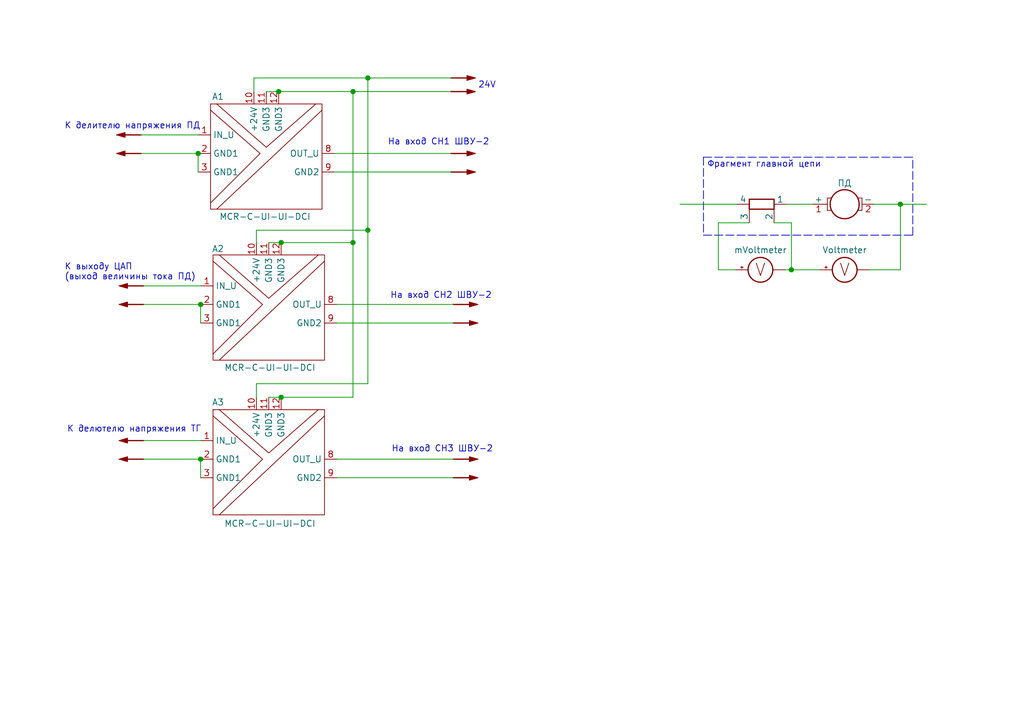
<source format=kicad_sch>
(kicad_sch (version 20211123) (generator eeschema)
  (paper "A5")
  (lib_symbols
    (symbol "Device:R_Shunt" (pin_numbers hide) (pin_names (offset 0))
      (property "Reference" "R" (at -4.445 0 90))
      (property "Value" "R_Shunt" (at -2.54 0 90))
      (symbol "R_Shunt_0_1"
        (rectangle (start -1.016 -2.54) (end 1.016 2.54) (stroke (width 0.254)))
        (polyline (pts (xy 0 -2.54) (xy 1.27 -2.54)))
        (polyline (pts (xy 1.27 2.54) (xy 0 2.54)))
      )
      (symbol "R_Shunt_1_1"
        (pin passive line (at 0 5.08 270) (length 2.54) (name "1") (number "1"))
        (pin passive line (at 3.81 2.54 180) (length 2.54) (name "2") (number "2"))
        (pin passive line (at 3.81 -2.54 180) (length 2.54) (name "3") (number "3"))
        (pin passive line (at 0 -5.08 90) (length 2.54) (name "4") (number "4"))
      )
    )
    (symbol "Device:Voltmeter_DC" (pin_numbers hide) (pin_names (offset 0.0254) hide)
      (property "Reference" "MES?" (at -0.4445 7.874 90))
      (property "Value" "Voltmeter_DC" (at -0.4445 5.334 90))
      (symbol "Voltmeter_DC_0_0"
        (text "V" (at 0 0 900) (effects (font (size 2.54 2.54))))
      )
      (symbol "Voltmeter_DC_0_1"
        (polyline (pts (xy 0.254 3.81) (xy 0.762 3.81)))
        (polyline (pts (xy 0.508 4.064) (xy 0.508 3.556)))
        (circle (center 0 0) (radius 2.54) (stroke (width 0.254)))
      )
      (symbol "Voltmeter_DC_1_1"
        (pin passive line (at 0 -5.08 90) (length 2.54) (name "-") (number "1"))
        (pin passive line (at 0 5.08 270) (length 2.54) (name "+") (number "2"))
      )
    )
    (symbol "Graphic:SYM_Arrow_Normal" (pin_names (offset 1.016))
      (symbol "SYM_Arrow_Normal_0_1"
        (polyline (pts (xy 1.524 0) (xy -2.54 0)) (stroke (width 0.254)))
        (polyline (pts (xy 2.54 0) (xy 0.762 -0.508) (xy 0.762 0.508) (xy 2.54 0)) (fill (type outline)))
      )
    )
    (symbol "Motor:Motor_DC_ALT" (pin_names (offset 0))
      (property "Value" "Motor_DC_ALT" (at 1.27 5.842 90))
      (symbol "Motor_DC_ALT_0_0"
        (circle (center 0 -1.524) (radius 2.9718) (stroke (width 0.254)))
        (polyline (pts (xy -1.27 -4.318) (xy -1.27 -5.08) (xy 1.27 -5.08) (xy 1.27 -4.318)))
        (polyline (pts (xy -1.27 1.27) (xy -1.27 2.032) (xy 1.27 2.032) (xy 1.27 1.27)))
      )
      (symbol "Motor_DC_ALT_0_1"
        (polyline (pts (xy 0 2.032) (xy 0 2.54)))
      )
      (symbol "Motor_DC_ALT_1_1"
        (pin passive line (at 0 5.08 270) (length 2.54) (name "+") (number "1"))
        (pin passive line (at 0 -7.62 90) (length 2.54) (name "-") (number "2"))
      )
    )
    (symbol "SVIELCOM_Library:Analog_isolation" (on_board no)
      (property "Reference" "A" (at 7.62 11.43 0))
      (property "Value" "Analog_isolation" (at 1.27 -8.89 0))
      (symbol "Analog_isolation_0_1"
        (rectangle (start -11.43 10.16) (end 11.43 -11.43) (stroke (width 0.1524)))
        (polyline (pts (xy 11.43 8.89) (xy -10.16 -11.43)) (stroke (width 0.1524)))
        (polyline (pts (xy -11.43 -10.16) (xy -1.27 0) (xy -11.43 8.89)) (stroke (width 0.1524)))
        (polyline (pts (xy -10.16 10.16) (xy 0 1.27) (xy 10.16 10.16)) (stroke (width 0.1524)))
      )
      (symbol "Analog_isolation_1_1"
        (pin passive line (at -13.97 3.81 0) (length 2.54) (name "IN_U") (number "1"))
        (pin passive line (at -2.54 12.7 270) (length 2.54) (name "+24V") (number "10"))
        (pin passive line (at 0 12.7 270) (length 2.54) (name "GND3") (number "11"))
        (pin passive line (at 2.54 12.7 270) (length 2.54) (name "GND3") (number "12"))
        (pin passive line (at -13.97 0 0) (length 2.54) (name "GND1") (number "2"))
        (pin passive line (at -13.97 -3.81 0) (length 2.54) (name "GND1") (number "3"))
        (pin passive line (at 13.97 0 180) (length 2.54) (name "OUT_U") (number "8"))
        (pin passive line (at 13.97 -3.81 180) (length 2.54) (name "GND2") (number "9"))
      )
    )
  )
  (junction (at 57.658 81.534))
  (junction (at 57.658 49.784))
  (junction (at 162.306 55.372))
  (junction (at 72.39 49.784))
  (junction (at 41.148 62.484))
  (junction (at 75.438 47.244))
  (junction (at 72.39 18.796))
  (junction (at 184.658 41.91))
  (junction (at 41.148 94.234))
  (junction (at 40.64 31.496))
  (junction (at 75.438 16.002))
  (junction (at 57.15 18.796))
  (polyline (pts (xy 144.272 32.258) (xy 187.198 32.258)))
  (wire (pts (xy 75.438 47.244) (xy 52.578 47.244)))
  (wire (pts (xy 52.578 81.534) (xy 52.578 78.74)))
  (wire (pts (xy 178.308 55.372) (xy 184.658 55.372)))
  (wire (pts (xy 147.32 45.72) (xy 147.32 55.372)))
  (wire (pts (xy 162.306 55.372) (xy 161.036 55.372)))
  (wire (pts (xy 162.306 55.372) (xy 168.148 55.372)))
  (wire (pts (xy 72.39 18.796) (xy 92.456 18.796)))
  (wire (pts (xy 28.956 31.496) (xy 40.64 31.496)))
  (polyline (pts (xy 187.198 48.26) (xy 187.198 32.258)))
  (wire (pts (xy 52.578 78.74) (xy 75.438 78.74)))
  (polyline (pts (xy 144.272 32.258) (xy 144.272 48.26)))
  (wire (pts (xy 158.75 45.72) (xy 162.306 45.72)))
  (wire (pts (xy 75.438 78.74) (xy 75.438 47.244)))
  (wire (pts (xy 52.578 47.244) (xy 52.578 49.784)))
  (wire (pts (xy 54.61 18.796) (xy 57.15 18.796)))
  (wire (pts (xy 41.148 58.674) (xy 29.464 58.674)))
  (wire (pts (xy 184.658 55.372) (xy 184.658 41.91)))
  (wire (pts (xy 179.324 41.91) (xy 184.658 41.91)))
  (wire (pts (xy 72.39 49.784) (xy 57.658 49.784)))
  (wire (pts (xy 184.658 41.91) (xy 189.992 41.91)))
  (wire (pts (xy 57.658 81.534) (xy 55.118 81.534)))
  (wire (pts (xy 40.64 31.496) (xy 40.64 35.306)))
  (wire (pts (xy 41.148 94.234) (xy 41.148 98.044)))
  (wire (pts (xy 52.07 16.002) (xy 75.438 16.002)))
  (wire (pts (xy 29.464 94.234) (xy 41.148 94.234)))
  (wire (pts (xy 162.306 45.72) (xy 162.306 55.372)))
  (wire (pts (xy 52.07 18.796) (xy 52.07 16.002)))
  (wire (pts (xy 68.58 31.496) (xy 92.456 31.496)))
  (wire (pts (xy 161.29 41.91) (xy 166.624 41.91)))
  (wire (pts (xy 41.148 90.424) (xy 29.464 90.424)))
  (wire (pts (xy 57.15 18.796) (xy 72.39 18.796)))
  (wire (pts (xy 40.64 27.686) (xy 28.956 27.686)))
  (wire (pts (xy 69.088 94.234) (xy 92.964 94.234)))
  (wire (pts (xy 139.446 41.91) (xy 151.13 41.91)))
  (wire (pts (xy 29.464 62.484) (xy 41.148 62.484)))
  (wire (pts (xy 57.658 49.784) (xy 55.118 49.784)))
  (wire (pts (xy 153.67 45.72) (xy 147.32 45.72)))
  (wire (pts (xy 68.58 35.306) (xy 92.456 35.306)))
  (wire (pts (xy 75.438 16.002) (xy 75.438 47.244)))
  (wire (pts (xy 75.438 16.002) (xy 92.456 16.002)))
  (wire (pts (xy 69.088 62.484) (xy 92.964 62.484)))
  (wire (pts (xy 69.088 98.044) (xy 92.964 98.044)))
  (wire (pts (xy 72.39 81.534) (xy 57.658 81.534)))
  (wire (pts (xy 147.32 55.372) (xy 150.876 55.372)))
  (wire (pts (xy 72.39 49.784) (xy 72.39 81.534)))
  (wire (pts (xy 69.088 66.294) (xy 92.964 66.294)))
  (wire (pts (xy 41.148 62.484) (xy 41.148 66.294)))
  (wire (pts (xy 72.39 18.796) (xy 72.39 49.784)))
  (polyline (pts (xy 144.272 48.26) (xy 187.198 48.26)))
  (text "На вход CH3 ШВУ-2" (at 80.264 92.964 0) (effects (font (size 1.27 1.27)) (justify left bottom)))
  (text "24V" (at 98.044 18.288 0) (effects (font (size 1.27 1.27)) (justify left bottom)))
  (text "На вход CH1 ШВУ-2" (at 79.502 29.972 0) (effects (font (size 1.27 1.27)) (justify left bottom)))
  (text "На вход CH2 ШВУ-2" (at 80.01 61.468 0) (effects (font (size 1.27 1.27)) (justify left bottom)))
  (text "К делютелю напряжения ТГ" (at 13.716 88.9 0) (effects (font (size 1.27 1.27)) (justify left bottom)))
  (text "К делителю напряжения ПД" (at 13.208 26.67 0) (effects (font (size 1.27 1.27)) (justify left bottom)))
  (text "К выходу ЦАП\n(выход величины тока ПД)" (at 13.208 57.658 0) (effects (font (size 1.27 1.27)) (justify left bottom)))
  (text "Фрагмент главной цепи" (at 145.034 34.544 0) (effects (font (size 1.27 1.27)) (justify left bottom)))
  (symbol (lib_id "Graphic:SYM_Arrow_Normal") (at 26.416 27.686 180) (unit 1)
    (property "Reference" "#SYM3" (effects hide))
    (property "Value" "SYM_Arrow_Normal" (effects hide))
  )
  (symbol (lib_id "Graphic:SYM_Arrow_Normal") (at 95.504 62.484 0) (unit 1)
    (property "Reference" "#SYM9" (effects hide))
    (property "Value" "SYM_Arrow_Normal" (effects hide))
  )
  (symbol (lib_id "Graphic:SYM_Arrow_Normal") (at 94.996 35.306 0) (unit 1)
    (property "Reference" "#SYM6" (effects hide))
    (property "Value" "SYM_Arrow_Normal" (effects hide))
  )
  (symbol (lib_id "Graphic:SYM_Arrow_Normal") (at 26.924 94.234 180) (unit 1)
    (property "Reference" "#SYM12" (effects hide))
    (property "Value" "SYM_Arrow_Normal" (effects hide))
  )
  (symbol (lib_id "Motor:Motor_DC_ALT") (at 171.704 41.91 90) (unit 1) (in_bom no) (on_board no)
    (property "Reference" "M1" (effects hide))
    (property "Value" "ПД" (at 173.228 37.592 90))
  )
  (symbol (lib_id "Graphic:SYM_Arrow_Normal") (at 94.996 31.496 0) (unit 1)
    (property "Reference" "#SYM5" (effects hide))
    (property "Value" "SYM_Arrow_Normal" (effects hide))
  )
  (symbol (lib_id "Graphic:SYM_Arrow_Normal") (at 26.416 31.496 180) (unit 1)
    (property "Reference" "#SYM4" (effects hide))
    (property "Value" "SYM_Arrow_Normal" (effects hide))
  )
  (symbol (lib_id "Graphic:SYM_Arrow_Normal") (at 95.504 94.234 0) (unit 1)
    (property "Reference" "#SYM13" (effects hide))
    (property "Value" "SYM_Arrow_Normal" (effects hide))
  )
  (symbol (lib_id "Device:Voltmeter_DC") (at 173.228 55.372 90) (unit 1) (in_bom no) (on_board no)
    (property "Reference" "MES2" (effects hide))
    (property "Value" "Voltmeter" (at 173.228 51.308 90))
  )
  (symbol (lib_id "Device:R_Shunt") (at 156.21 41.91 270) (unit 1) (in_bom no) (on_board no)
    (property "Reference" "R45" (effects hide))
    (property "Value" "R_Shunt" (effects hide))
  )
  (symbol (lib_id "SVIELCOM_Library:Analog_isolation") (at 54.61 31.496 0) (unit 1) (in_bom no) (on_board no)
    (property "Reference" "A1" (at 44.704 19.812 0))
    (property "Value" "MCR-C-UI-UI-DCI" (at 54.356 44.45 0))
  )
  (symbol (lib_id "Graphic:SYM_Arrow_Normal") (at 94.996 16.002 0) (unit 1)
    (property "Reference" "#SYM1" (effects hide))
    (property "Value" "SYM_Arrow_Normal" (effects hide))
  )
  (symbol (lib_id "Graphic:SYM_Arrow_Normal") (at 94.996 18.796 0) (unit 1)
    (property "Reference" "#SYM2" (effects hide))
    (property "Value" "SYM_Arrow_Normal" (effects hide))
  )
  (symbol (lib_id "Device:Voltmeter_DC") (at 155.956 55.372 90) (unit 1) (in_bom no) (on_board no)
    (property "Reference" "MES1" (effects hide))
    (property "Value" "mVoltmeter" (at 155.956 51.308 90))
  )
  (symbol (lib_id "SVIELCOM_Library:Analog_isolation") (at 55.118 62.484 0) (unit 1) (in_bom no) (on_board no)
    (property "Reference" "A2" (at 44.704 51.054 0))
    (property "Value" "MCR-C-UI-UI-DCI" (at 55.372 75.438 0))
  )
  (symbol (lib_id "Graphic:SYM_Arrow_Normal") (at 95.504 66.294 0) (unit 1)
    (property "Reference" "#SYM10" (effects hide))
    (property "Value" "SYM_Arrow_Normal" (effects hide))
  )
  (symbol (lib_id "SVIELCOM_Library:Analog_isolation") (at 55.118 94.234 0) (unit 1) (in_bom no) (on_board no)
    (property "Reference" "A3" (at 44.704 82.55 0))
    (property "Value" "MCR-C-UI-UI-DCI" (at 55.372 107.442 0))
  )
  (symbol (lib_id "Graphic:SYM_Arrow_Normal") (at 26.924 58.674 180) (unit 1)
    (property "Reference" "#SYM7" (effects hide))
    (property "Value" "SYM_Arrow_Normal" (effects hide))
  )
  (symbol (lib_id "Graphic:SYM_Arrow_Normal") (at 95.504 98.044 0) (unit 1)
    (property "Reference" "#SYM14" (effects hide))
    (property "Value" "SYM_Arrow_Normal" (effects hide))
  )
  (symbol (lib_id "Graphic:SYM_Arrow_Normal") (at 26.924 90.424 180) (unit 1)
    (property "Reference" "#SYM11" (effects hide))
    (property "Value" "SYM_Arrow_Normal" (effects hide))
  )
  (symbol (lib_id "Graphic:SYM_Arrow_Normal") (at 26.924 62.484 180) (unit 1)
    (property "Reference" "#SYM8" (effects hide))
    (property "Value" "SYM_Arrow_Normal" (effects hide))
  )
)
</source>
